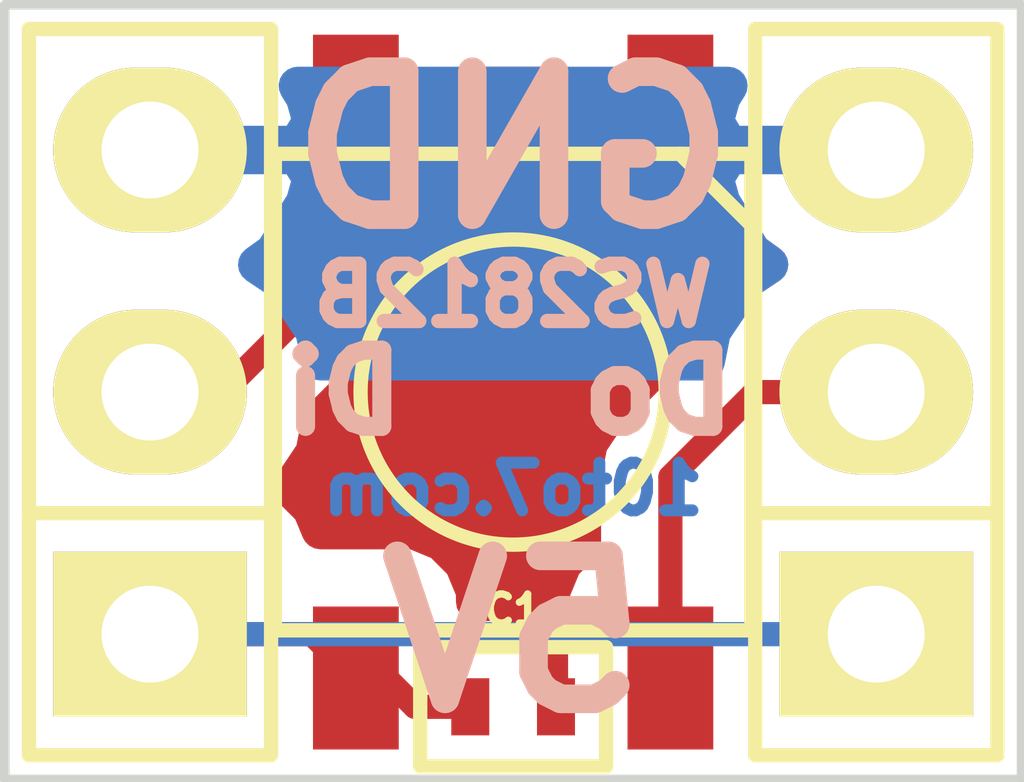
<source format=kicad_pcb>
(kicad_pcb (version 3) (host pcbnew "(2014-03-19 BZR 4756)-product")

  (general
    (links 8)
    (no_connects 0)
    (area 133.085115 97.460999 148.854886 105.856001)
    (thickness 1.6)
    (drawings 11)
    (tracks 20)
    (zones 0)
    (modules 4)
    (nets 5)
  )

  (page A4)
  (layers
    (15 F.Cu signal)
    (0 B.Cu signal)
    (16 B.Adhes user)
    (17 F.Adhes user)
    (18 B.Paste user)
    (19 F.Paste user)
    (20 B.SilkS user)
    (21 F.SilkS user)
    (22 B.Mask user)
    (23 F.Mask user)
    (24 Dwgs.User user)
    (25 Cmts.User user)
    (26 Eco1.User user)
    (27 Eco2.User user)
    (28 Edge.Cuts user)
  )

  (setup
    (last_trace_width 0.254)
    (trace_clearance 0.254)
    (zone_clearance 0.6)
    (zone_45_only no)
    (trace_min 0.254)
    (segment_width 0.2)
    (edge_width 0.1)
    (via_size 0.889)
    (via_drill 0.635)
    (via_min_size 0.889)
    (via_min_drill 0.508)
    (uvia_size 0.508)
    (uvia_drill 0.127)
    (uvias_allowed no)
    (uvia_min_size 0.508)
    (uvia_min_drill 0.127)
    (pcb_text_width 0.3)
    (pcb_text_size 1.5 1.5)
    (mod_edge_width 0.15)
    (mod_text_size 1 1)
    (mod_text_width 0.15)
    (pad_size 1.5 0.9)
    (pad_drill 0)
    (pad_to_mask_clearance 0)
    (aux_axis_origin 0 0)
    (visible_elements FFFFFF7F)
    (pcbplotparams
      (layerselection 284196865)
      (usegerberextensions true)
      (excludeedgelayer true)
      (linewidth 0.150000)
      (plotframeref false)
      (viasonmask false)
      (mode 1)
      (useauxorigin false)
      (hpglpennumber 1)
      (hpglpenspeed 20)
      (hpglpendiameter 15)
      (hpglpenoverlay 2)
      (psnegative false)
      (psa4output false)
      (plotreference true)
      (plotvalue true)
      (plotothertext true)
      (plotinvisibletext false)
      (padsonsilk false)
      (subtractmaskfromsilk false)
      (outputformat 1)
      (mirror false)
      (drillshape 0)
      (scaleselection 1)
      (outputdirectory Gerber))
  )

  (net 0 "")
  (net 1 +5V)
  (net 2 GND)
  (net 3 /Di)
  (net 4 /Do)

  (net_class Default "This is the default net class."
    (clearance 0.254)
    (trace_width 0.254)
    (via_dia 0.889)
    (via_drill 0.635)
    (uvia_dia 0.508)
    (uvia_drill 0.127)
    (add_net +5V)
    (add_net /Di)
    (add_net /Do)
    (add_net GND)
  )

  (module 10to7_sm_standard:SM0402 (layer F.Cu) (tedit 544C288A) (tstamp 544C2C54)
    (at 140.97 104.902)
    (path /544C1A4C)
    (attr smd)
    (fp_text reference C1 (at 0 -1.016) (layer F.SilkS)
      (effects (font (size 0.3048 0.3048) (thickness 0.0762)))
    )
    (fp_text value 0.1uF (at 0 -0.9) (layer F.SilkS) hide
      (effects (font (size 0.3048 0.3048) (thickness 0.0762)))
    )
    (fp_line (start -0.975 0.625) (end 0.975 0.625) (layer F.SilkS) (width 0.15))
    (fp_line (start 0.975 0.625) (end 0.975 -0.625) (layer F.SilkS) (width 0.15))
    (fp_line (start 0.975 -0.625) (end -0.975 -0.625) (layer F.SilkS) (width 0.15))
    (fp_line (start -0.975 -0.625) (end -0.975 0.625) (layer F.SilkS) (width 0.15))
    (pad 1 smd rect (at -0.44958 0) (size 0.39878 0.59944) (layers F.Cu F.Paste F.Mask)
      (net 1 +5V))
    (pad 2 smd rect (at 0.44958 0) (size 0.39878 0.59944) (layers F.Cu F.Paste F.Mask)
      (net 2 GND))
    (model smd\chip_cms.wrl
      (at (xyz 0 0 0.002))
      (scale (xyz 0.05 0.05 0.05))
      (rotate (xyz 0 0 0))
    )
  )

  (module Pin_Headers:Pin_Header_Straight_1x03 (layer F.Cu) (tedit 544C2623) (tstamp 544C2C62)
    (at 137.16 101.6 90)
    (descr "Through hole pin header")
    (tags "pin header")
    (path /544C1B92)
    (fp_text reference K1 (at 0 -2.286 90) (layer F.SilkS) hide
      (effects (font (size 1.27 1.27) (thickness 0.2032)))
    )
    (fp_text value CONN_3 (at 0 0 90) (layer F.SilkS) hide
      (effects (font (size 1.27 1.27) (thickness 0.2032)))
    )
    (fp_line (start -1.27 1.27) (end 3.81 1.27) (layer F.SilkS) (width 0.15))
    (fp_line (start 3.81 1.27) (end 3.81 -1.27) (layer F.SilkS) (width 0.15))
    (fp_line (start 3.81 -1.27) (end -1.27 -1.27) (layer F.SilkS) (width 0.15))
    (fp_line (start -3.81 -1.27) (end -1.27 -1.27) (layer F.SilkS) (width 0.15))
    (fp_line (start -1.27 -1.27) (end -1.27 1.27) (layer F.SilkS) (width 0.15))
    (fp_line (start -3.81 -1.27) (end -3.81 1.27) (layer F.SilkS) (width 0.15))
    (fp_line (start -3.81 1.27) (end -1.27 1.27) (layer F.SilkS) (width 0.15))
    (pad 1 thru_hole rect (at -2.54 0 90) (size 1.7272 2.032) (drill 1.016) (layers *.Cu *.Mask F.SilkS)
      (net 1 +5V))
    (pad 2 thru_hole oval (at 0 0 90) (size 1.7272 2.032) (drill 1.016) (layers *.Cu *.Mask F.SilkS)
      (net 3 /Di))
    (pad 3 thru_hole oval (at 2.54 0 90) (size 1.7272 2.032) (drill 1.016) (layers *.Cu *.Mask F.SilkS)
      (net 2 GND))
    (model Pin_Headers/Pin_Header_Straight_1x03.wrl
      (at (xyz 0 0 0))
      (scale (xyz 1 1 1))
      (rotate (xyz 0 0 0))
    )
  )

  (module Pin_Headers:Pin_Header_Straight_1x03 (layer F.Cu) (tedit 544C262B) (tstamp 544C2C70)
    (at 144.78 101.6 90)
    (descr "Through hole pin header")
    (tags "pin header")
    (path /544C1BA6)
    (fp_text reference K2 (at 0 -2.286 90) (layer F.SilkS) hide
      (effects (font (size 1.27 1.27) (thickness 0.2032)))
    )
    (fp_text value CONN_3 (at 0 0 90) (layer F.SilkS) hide
      (effects (font (size 1.27 1.27) (thickness 0.2032)))
    )
    (fp_line (start -1.27 1.27) (end 3.81 1.27) (layer F.SilkS) (width 0.15))
    (fp_line (start 3.81 1.27) (end 3.81 -1.27) (layer F.SilkS) (width 0.15))
    (fp_line (start 3.81 -1.27) (end -1.27 -1.27) (layer F.SilkS) (width 0.15))
    (fp_line (start -3.81 -1.27) (end -1.27 -1.27) (layer F.SilkS) (width 0.15))
    (fp_line (start -1.27 -1.27) (end -1.27 1.27) (layer F.SilkS) (width 0.15))
    (fp_line (start -3.81 -1.27) (end -3.81 1.27) (layer F.SilkS) (width 0.15))
    (fp_line (start -3.81 1.27) (end -1.27 1.27) (layer F.SilkS) (width 0.15))
    (pad 1 thru_hole rect (at -2.54 0 90) (size 1.7272 2.032) (drill 1.016) (layers *.Cu *.Mask F.SilkS)
      (net 1 +5V))
    (pad 2 thru_hole oval (at 0 0 90) (size 1.7272 2.032) (drill 1.016) (layers *.Cu *.Mask F.SilkS)
      (net 4 /Do))
    (pad 3 thru_hole oval (at 2.54 0 90) (size 1.7272 2.032) (drill 1.016) (layers *.Cu *.Mask F.SilkS)
      (net 2 GND))
    (model Pin_Headers/Pin_Header_Straight_1x03.wrl
      (at (xyz 0 0 0))
      (scale (xyz 1 1 1))
      (rotate (xyz 0 0 0))
    )
  )

  (module 10to7_sm_standard:SM5050_4pin (layer F.Cu) (tedit 544C2FAF) (tstamp 544C2C7E)
    (at 140.97 101.6 90)
    (path /544C1A10)
    (fp_text reference U1 (at 0 -3.75 90) (layer F.SilkS) hide
      (effects (font (size 1 1) (thickness 0.15)))
    )
    (fp_text value WS2812B (at 1.016 0 180) (layer F.SilkS) hide
      (effects (font (size 0.6 0.6) (thickness 0.15)))
    )
    (fp_circle (center 0 0) (end 1 -1.25) (layer F.SilkS) (width 0.15))
    (fp_line (start 1.75 2.5) (end 2.5 1.75) (layer F.SilkS) (width 0.15))
    (fp_line (start -2.5 -2.5) (end 2.5 -2.5) (layer F.SilkS) (width 0.15))
    (fp_line (start 2.5 -2.5) (end 2.5 2.5) (layer F.SilkS) (width 0.15))
    (fp_line (start 2.5 2.5) (end -2.5 2.5) (layer F.SilkS) (width 0.15))
    (fp_line (start -2.5 2.5) (end -2.5 -2.5) (layer F.SilkS) (width 0.15))
    (pad 1 smd rect (at -3 -1.65 90) (size 1.5 0.9) (layers F.Cu F.Paste F.Mask)
      (net 1 +5V))
    (pad 2 smd rect (at -3 1.65 90) (size 1.5 0.9) (layers F.Cu F.Paste F.Mask)
      (net 4 /Do))
    (pad 3 smd rect (at 3 1.65 90) (size 1.5 0.9) (layers F.Cu F.Paste F.Mask)
      (net 2 GND))
    (pad 4 smd rect (at 3 -1.65 90) (size 1.5 0.9) (layers F.Cu F.Paste F.Mask)
      (net 3 /Di))
  )

  (gr_text WS2812B (at 140.97 100.584) (layer B.SilkS)
    (effects (font (size 0.6 0.6) (thickness 0.15)) (justify mirror))
  )
  (gr_text 10to7.com (at 140.97 102.616) (layer B.Mask)
    (effects (font (size 0.5 0.5) (thickness 0.125)) (justify mirror))
  )
  (gr_text 10to7.com (at 140.97 102.616) (layer B.Cu)
    (effects (font (size 0.5 0.5) (thickness 0.125)) (justify mirror))
  )
  (gr_text Do (at 142.494 101.6) (layer B.SilkS)
    (effects (font (size 0.8 0.8) (thickness 0.2)) (justify mirror))
  )
  (gr_text Di (at 139.192 101.6) (layer B.SilkS)
    (effects (font (size 0.8 0.8) (thickness 0.2)) (justify mirror))
  )
  (gr_text GND (at 140.97 99.06) (layer B.SilkS)
    (effects (font (size 1.5 1.5) (thickness 0.3)) (justify mirror))
  )
  (gr_text 5V (at 140.97 104.14) (layer B.SilkS)
    (effects (font (size 1.5 1.5) (thickness 0.3)) (justify mirror))
  )
  (gr_line (start 135.636 105.664) (end 135.636 97.536) (angle 90) (layer Edge.Cuts) (width 0.1))
  (gr_line (start 146.304 105.664) (end 135.636 105.664) (angle 90) (layer Edge.Cuts) (width 0.1))
  (gr_line (start 146.304 97.536) (end 146.304 105.664) (angle 90) (layer Edge.Cuts) (width 0.1))
  (gr_line (start 135.636 97.536) (end 146.304 97.536) (angle 90) (layer Edge.Cuts) (width 0.1))

  (segment (start 137.16 104.14) (end 138.86 104.14) (width 0.254) (layer F.Cu) (net 1))
  (segment (start 138.86 104.14) (end 139.32 104.6) (width 0.254) (layer F.Cu) (net 1) (tstamp 544C2E2A))
  (segment (start 139.6377 104.6) (end 139.9397 104.902) (width 0.254) (layer F.Cu) (net 1))
  (segment (start 139.32 104.6) (end 139.6377 104.6) (width 0.254) (layer F.Cu) (net 1))
  (segment (start 140.5204 104.902) (end 139.9397 104.902) (width 0.254) (layer F.Cu) (net 1))
  (segment (start 144.78 104.14) (end 137.16 104.14) (width 0.254) (layer B.Cu) (net 1))
  (segment (start 144.78 99.06) (end 143.3827 99.06) (width 0.254) (layer F.Cu) (net 2))
  (segment (start 142.62 98.6) (end 142.62 99.1656) (width 0.254) (layer F.Cu) (net 2))
  (segment (start 143.2769 99.1658) (end 143.3827 99.06) (width 0.254) (layer F.Cu) (net 2))
  (segment (start 142.6202 99.1658) (end 143.2769 99.1658) (width 0.254) (layer F.Cu) (net 2))
  (segment (start 142.62 99.1656) (end 142.6202 99.1658) (width 0.254) (layer F.Cu) (net 2))
  (segment (start 141.4196 100.3664) (end 141.4196 104.902) (width 0.254) (layer F.Cu) (net 2))
  (segment (start 142.6202 99.1658) (end 141.4196 100.3664) (width 0.254) (layer F.Cu) (net 2))
  (segment (start 137.16 99.06) (end 144.78 99.06) (width 0.254) (layer B.Cu) (net 2))
  (segment (start 137.16 101.6) (end 137.922 101.6) (width 0.254) (layer F.Cu) (net 3))
  (segment (start 137.922 101.6) (end 139.32 100.202) (width 0.254) (layer F.Cu) (net 3) (tstamp 544C2E2D))
  (segment (start 139.32 100.202) (end 139.32 98.6) (width 0.254) (layer F.Cu) (net 3) (tstamp 544C2E2E))
  (segment (start 142.62 104.6) (end 142.62 102.49) (width 0.254) (layer F.Cu) (net 4))
  (segment (start 143.51 101.6) (end 144.78 101.6) (width 0.254) (layer F.Cu) (net 4) (tstamp 544C2E33))
  (segment (start 142.62 102.49) (end 143.51 101.6) (width 0.254) (layer F.Cu) (net 4) (tstamp 544C2E32))

  (zone (net 2) (net_name GND) (layer F.Cu) (tstamp 544C2E26) (hatch edge 0.508)
    (connect_pads (clearance 0.6))
    (min_thickness 0.4)
    (fill (arc_segments 16) (thermal_gap 0.508) (thermal_bridge_width 0.508))
    (polygon
      (pts
        (xy 146.304 105.664) (xy 135.636 105.664) (xy 135.636 97.536) (xy 146.304 97.536)
      )
    )
    (filled_polygon
      (pts
        (xy 137.234 99.114) (xy 137.214 99.114) (xy 137.214 99.134) (xy 137.106 99.134) (xy 137.106 99.114)
        (xy 137.086 99.114) (xy 137.086 99.006) (xy 137.106 99.006) (xy 137.106 98.986) (xy 137.214 98.986)
        (xy 137.214 99.006) (xy 137.234 99.006) (xy 137.234 99.114)
      )
    )
    (filled_polygon
      (pts
        (xy 143.657496 100.262079) (xy 143.415679 100.423657) (xy 143.209078 100.732857) (xy 143.155252 100.743564) (xy 142.854512 100.944512)
        (xy 142.566 101.233024) (xy 142.566 99.881) (xy 142.566 98.654) (xy 141.639 98.654) (xy 141.462 98.831)
        (xy 141.462 99.49083) (xy 141.569787 99.75105) (xy 141.76895 99.950213) (xy 142.02917 100.058) (xy 142.31083 100.058)
        (xy 142.389 100.058) (xy 142.566 99.881) (xy 142.566 101.233024) (xy 141.964512 101.834512) (xy 141.763564 102.135252)
        (xy 141.693 102.49) (xy 141.693 103.195629) (xy 141.491793 103.396836) (xy 141.37 103.69087) (xy 141.37 103.89428)
        (xy 141.365578 103.89428) (xy 141.365578 104.071278) (xy 141.18858 103.89428) (xy 141.101047 103.89428) (xy 140.87894 103.80228)
        (xy 140.57 103.80228) (xy 140.57 103.69087) (xy 140.448207 103.396836) (xy 140.223164 103.171793) (xy 139.92913 103.05)
        (xy 139.61087 103.05) (xy 138.948135 103.05) (xy 138.854207 102.823236) (xy 138.637672 102.606701) (xy 138.884944 102.236632)
        (xy 138.956604 101.876371) (xy 139.975488 100.857488) (xy 140.176436 100.556748) (xy 140.176437 100.556747) (xy 140.247 100.202)
        (xy 140.247 100.004371) (xy 140.448207 99.803164) (xy 140.57 99.50913) (xy 140.57 99.19087) (xy 140.57 98.386)
        (xy 141.479 98.386) (xy 141.639 98.546) (xy 142.566 98.546) (xy 142.566 98.526) (xy 142.674 98.526)
        (xy 142.674 98.546) (xy 142.694 98.546) (xy 142.694 98.654) (xy 142.674 98.654) (xy 142.674 99.881)
        (xy 142.851 100.058) (xy 142.92917 100.058) (xy 143.21083 100.058) (xy 143.386506 99.985232) (xy 143.478127 100.133105)
        (xy 143.657496 100.262079)
      )
    )
    (filled_polygon
      (pts
        (xy 144.854 99.114) (xy 144.834 99.114) (xy 144.834 99.134) (xy 144.726 99.134) (xy 144.726 99.114)
        (xy 144.706 99.114) (xy 144.706 99.006) (xy 144.726 99.006) (xy 144.726 98.986) (xy 144.834 98.986)
        (xy 144.834 99.006) (xy 144.854 99.006) (xy 144.854 99.114)
      )
    )
  )
  (zone (net 2) (net_name GND) (layer B.Cu) (tstamp 544C2E27) (hatch edge 0.508)
    (connect_pads (clearance 0.6))
    (min_thickness 0.4)
    (fill (arc_segments 16) (thermal_gap 0.508) (thermal_bridge_width 0.508))
    (polygon
      (pts
        (xy 135.636 97.536) (xy 146.304 97.536) (xy 146.304 105.664) (xy 135.89 105.664) (xy 135.636 105.664)
      )
    )
    (filled_polygon
      (pts
        (xy 144.854 99.114) (xy 144.834 99.114) (xy 144.834 99.134) (xy 144.726 99.134) (xy 144.726 99.114)
        (xy 143.234046 99.114) (xy 143.084713 99.359042) (xy 143.154966 99.611535) (xy 143.478127 100.133105) (xy 143.657496 100.262079)
        (xy 143.415679 100.423657) (xy 143.055056 100.963368) (xy 142.992372 101.2785) (xy 138.947627 101.2785) (xy 138.884944 100.963368)
        (xy 138.524321 100.423657) (xy 138.282503 100.262079) (xy 138.461873 100.133105) (xy 138.785034 99.611535) (xy 138.855287 99.359042)
        (xy 138.705954 99.114) (xy 137.214 99.114) (xy 137.214 99.134) (xy 137.106 99.134) (xy 137.106 99.114)
        (xy 137.086 99.114) (xy 137.086 99.006) (xy 137.106 99.006) (xy 137.106 98.986) (xy 137.214 98.986)
        (xy 137.214 99.006) (xy 138.705954 99.006) (xy 138.855287 98.760958) (xy 138.785034 98.508465) (xy 138.709155 98.386)
        (xy 143.230844 98.386) (xy 143.154966 98.508465) (xy 143.084713 98.760958) (xy 143.234046 99.006) (xy 144.726 99.006)
        (xy 144.726 98.986) (xy 144.834 98.986) (xy 144.834 99.006) (xy 144.854 99.006) (xy 144.854 99.114)
      )
    )
  )
)

</source>
